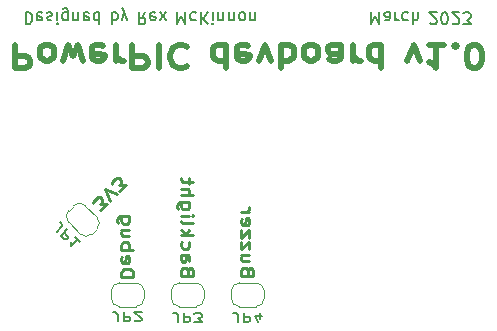
<source format=gbr>
%TF.GenerationSoftware,KiCad,Pcbnew,(7.0.0-rc1-156-g4c5a344629-dirty)*%
%TF.CreationDate,2023-03-04T11:45:47-08:00*%
%TF.ProjectId,powerpic-devboard,706f7765-7270-4696-932d-646576626f61,2.0*%
%TF.SameCoordinates,Original*%
%TF.FileFunction,Legend,Bot*%
%TF.FilePolarity,Positive*%
%FSLAX46Y46*%
G04 Gerber Fmt 4.6, Leading zero omitted, Abs format (unit mm)*
G04 Created by KiCad (PCBNEW (7.0.0-rc1-156-g4c5a344629-dirty)) date 2023-03-04 11:45:47*
%MOMM*%
%LPD*%
G01*
G04 APERTURE LIST*
%ADD10C,0.150000*%
%ADD11C,0.500000*%
%ADD12C,0.250000*%
%ADD13C,0.187500*%
%ADD14C,0.120000*%
G04 APERTURE END LIST*
D10*
X97539999Y-87607619D02*
X97539999Y-88607619D01*
X97539999Y-88607619D02*
X97873332Y-87893333D01*
X97873332Y-87893333D02*
X98206665Y-88607619D01*
X98206665Y-88607619D02*
X98206665Y-87607619D01*
X99111427Y-87607619D02*
X99111427Y-88131428D01*
X99111427Y-88131428D02*
X99063808Y-88226666D01*
X99063808Y-88226666D02*
X98968570Y-88274285D01*
X98968570Y-88274285D02*
X98778094Y-88274285D01*
X98778094Y-88274285D02*
X98682856Y-88226666D01*
X99111427Y-87655238D02*
X99016189Y-87607619D01*
X99016189Y-87607619D02*
X98778094Y-87607619D01*
X98778094Y-87607619D02*
X98682856Y-87655238D01*
X98682856Y-87655238D02*
X98635237Y-87750476D01*
X98635237Y-87750476D02*
X98635237Y-87845714D01*
X98635237Y-87845714D02*
X98682856Y-87940952D01*
X98682856Y-87940952D02*
X98778094Y-87988571D01*
X98778094Y-87988571D02*
X99016189Y-87988571D01*
X99016189Y-87988571D02*
X99111427Y-88036190D01*
X99587618Y-87607619D02*
X99587618Y-88274285D01*
X99587618Y-88083809D02*
X99635237Y-88179047D01*
X99635237Y-88179047D02*
X99682856Y-88226666D01*
X99682856Y-88226666D02*
X99778094Y-88274285D01*
X99778094Y-88274285D02*
X99873332Y-88274285D01*
X100635237Y-87655238D02*
X100539999Y-87607619D01*
X100539999Y-87607619D02*
X100349523Y-87607619D01*
X100349523Y-87607619D02*
X100254285Y-87655238D01*
X100254285Y-87655238D02*
X100206666Y-87702857D01*
X100206666Y-87702857D02*
X100159047Y-87798095D01*
X100159047Y-87798095D02*
X100159047Y-88083809D01*
X100159047Y-88083809D02*
X100206666Y-88179047D01*
X100206666Y-88179047D02*
X100254285Y-88226666D01*
X100254285Y-88226666D02*
X100349523Y-88274285D01*
X100349523Y-88274285D02*
X100539999Y-88274285D01*
X100539999Y-88274285D02*
X100635237Y-88226666D01*
X101063809Y-87607619D02*
X101063809Y-88607619D01*
X101492380Y-87607619D02*
X101492380Y-88131428D01*
X101492380Y-88131428D02*
X101444761Y-88226666D01*
X101444761Y-88226666D02*
X101349523Y-88274285D01*
X101349523Y-88274285D02*
X101206666Y-88274285D01*
X101206666Y-88274285D02*
X101111428Y-88226666D01*
X101111428Y-88226666D02*
X101063809Y-88179047D01*
X102520952Y-88512380D02*
X102568571Y-88560000D01*
X102568571Y-88560000D02*
X102663809Y-88607619D01*
X102663809Y-88607619D02*
X102901904Y-88607619D01*
X102901904Y-88607619D02*
X102997142Y-88560000D01*
X102997142Y-88560000D02*
X103044761Y-88512380D01*
X103044761Y-88512380D02*
X103092380Y-88417142D01*
X103092380Y-88417142D02*
X103092380Y-88321904D01*
X103092380Y-88321904D02*
X103044761Y-88179047D01*
X103044761Y-88179047D02*
X102473333Y-87607619D01*
X102473333Y-87607619D02*
X103092380Y-87607619D01*
X103711428Y-88607619D02*
X103806666Y-88607619D01*
X103806666Y-88607619D02*
X103901904Y-88560000D01*
X103901904Y-88560000D02*
X103949523Y-88512380D01*
X103949523Y-88512380D02*
X103997142Y-88417142D01*
X103997142Y-88417142D02*
X104044761Y-88226666D01*
X104044761Y-88226666D02*
X104044761Y-87988571D01*
X104044761Y-87988571D02*
X103997142Y-87798095D01*
X103997142Y-87798095D02*
X103949523Y-87702857D01*
X103949523Y-87702857D02*
X103901904Y-87655238D01*
X103901904Y-87655238D02*
X103806666Y-87607619D01*
X103806666Y-87607619D02*
X103711428Y-87607619D01*
X103711428Y-87607619D02*
X103616190Y-87655238D01*
X103616190Y-87655238D02*
X103568571Y-87702857D01*
X103568571Y-87702857D02*
X103520952Y-87798095D01*
X103520952Y-87798095D02*
X103473333Y-87988571D01*
X103473333Y-87988571D02*
X103473333Y-88226666D01*
X103473333Y-88226666D02*
X103520952Y-88417142D01*
X103520952Y-88417142D02*
X103568571Y-88512380D01*
X103568571Y-88512380D02*
X103616190Y-88560000D01*
X103616190Y-88560000D02*
X103711428Y-88607619D01*
X104425714Y-88512380D02*
X104473333Y-88560000D01*
X104473333Y-88560000D02*
X104568571Y-88607619D01*
X104568571Y-88607619D02*
X104806666Y-88607619D01*
X104806666Y-88607619D02*
X104901904Y-88560000D01*
X104901904Y-88560000D02*
X104949523Y-88512380D01*
X104949523Y-88512380D02*
X104997142Y-88417142D01*
X104997142Y-88417142D02*
X104997142Y-88321904D01*
X104997142Y-88321904D02*
X104949523Y-88179047D01*
X104949523Y-88179047D02*
X104378095Y-87607619D01*
X104378095Y-87607619D02*
X104997142Y-87607619D01*
X105330476Y-88607619D02*
X105949523Y-88607619D01*
X105949523Y-88607619D02*
X105616190Y-88226666D01*
X105616190Y-88226666D02*
X105759047Y-88226666D01*
X105759047Y-88226666D02*
X105854285Y-88179047D01*
X105854285Y-88179047D02*
X105901904Y-88131428D01*
X105901904Y-88131428D02*
X105949523Y-88036190D01*
X105949523Y-88036190D02*
X105949523Y-87798095D01*
X105949523Y-87798095D02*
X105901904Y-87702857D01*
X105901904Y-87702857D02*
X105854285Y-87655238D01*
X105854285Y-87655238D02*
X105759047Y-87607619D01*
X105759047Y-87607619D02*
X105473333Y-87607619D01*
X105473333Y-87607619D02*
X105378095Y-87655238D01*
X105378095Y-87655238D02*
X105330476Y-87702857D01*
X68278095Y-87607619D02*
X68278095Y-88607619D01*
X68278095Y-88607619D02*
X68516190Y-88607619D01*
X68516190Y-88607619D02*
X68659047Y-88560000D01*
X68659047Y-88560000D02*
X68754285Y-88464761D01*
X68754285Y-88464761D02*
X68801904Y-88369523D01*
X68801904Y-88369523D02*
X68849523Y-88179047D01*
X68849523Y-88179047D02*
X68849523Y-88036190D01*
X68849523Y-88036190D02*
X68801904Y-87845714D01*
X68801904Y-87845714D02*
X68754285Y-87750476D01*
X68754285Y-87750476D02*
X68659047Y-87655238D01*
X68659047Y-87655238D02*
X68516190Y-87607619D01*
X68516190Y-87607619D02*
X68278095Y-87607619D01*
X69659047Y-87655238D02*
X69563809Y-87607619D01*
X69563809Y-87607619D02*
X69373333Y-87607619D01*
X69373333Y-87607619D02*
X69278095Y-87655238D01*
X69278095Y-87655238D02*
X69230476Y-87750476D01*
X69230476Y-87750476D02*
X69230476Y-88131428D01*
X69230476Y-88131428D02*
X69278095Y-88226666D01*
X69278095Y-88226666D02*
X69373333Y-88274285D01*
X69373333Y-88274285D02*
X69563809Y-88274285D01*
X69563809Y-88274285D02*
X69659047Y-88226666D01*
X69659047Y-88226666D02*
X69706666Y-88131428D01*
X69706666Y-88131428D02*
X69706666Y-88036190D01*
X69706666Y-88036190D02*
X69230476Y-87940952D01*
X70087619Y-87655238D02*
X70182857Y-87607619D01*
X70182857Y-87607619D02*
X70373333Y-87607619D01*
X70373333Y-87607619D02*
X70468571Y-87655238D01*
X70468571Y-87655238D02*
X70516190Y-87750476D01*
X70516190Y-87750476D02*
X70516190Y-87798095D01*
X70516190Y-87798095D02*
X70468571Y-87893333D01*
X70468571Y-87893333D02*
X70373333Y-87940952D01*
X70373333Y-87940952D02*
X70230476Y-87940952D01*
X70230476Y-87940952D02*
X70135238Y-87988571D01*
X70135238Y-87988571D02*
X70087619Y-88083809D01*
X70087619Y-88083809D02*
X70087619Y-88131428D01*
X70087619Y-88131428D02*
X70135238Y-88226666D01*
X70135238Y-88226666D02*
X70230476Y-88274285D01*
X70230476Y-88274285D02*
X70373333Y-88274285D01*
X70373333Y-88274285D02*
X70468571Y-88226666D01*
X70944762Y-87607619D02*
X70944762Y-88274285D01*
X70944762Y-88607619D02*
X70897143Y-88560000D01*
X70897143Y-88560000D02*
X70944762Y-88512380D01*
X70944762Y-88512380D02*
X70992381Y-88560000D01*
X70992381Y-88560000D02*
X70944762Y-88607619D01*
X70944762Y-88607619D02*
X70944762Y-88512380D01*
X71849523Y-88274285D02*
X71849523Y-87464761D01*
X71849523Y-87464761D02*
X71801904Y-87369523D01*
X71801904Y-87369523D02*
X71754285Y-87321904D01*
X71754285Y-87321904D02*
X71659047Y-87274285D01*
X71659047Y-87274285D02*
X71516190Y-87274285D01*
X71516190Y-87274285D02*
X71420952Y-87321904D01*
X71849523Y-87655238D02*
X71754285Y-87607619D01*
X71754285Y-87607619D02*
X71563809Y-87607619D01*
X71563809Y-87607619D02*
X71468571Y-87655238D01*
X71468571Y-87655238D02*
X71420952Y-87702857D01*
X71420952Y-87702857D02*
X71373333Y-87798095D01*
X71373333Y-87798095D02*
X71373333Y-88083809D01*
X71373333Y-88083809D02*
X71420952Y-88179047D01*
X71420952Y-88179047D02*
X71468571Y-88226666D01*
X71468571Y-88226666D02*
X71563809Y-88274285D01*
X71563809Y-88274285D02*
X71754285Y-88274285D01*
X71754285Y-88274285D02*
X71849523Y-88226666D01*
X72325714Y-88274285D02*
X72325714Y-87607619D01*
X72325714Y-88179047D02*
X72373333Y-88226666D01*
X72373333Y-88226666D02*
X72468571Y-88274285D01*
X72468571Y-88274285D02*
X72611428Y-88274285D01*
X72611428Y-88274285D02*
X72706666Y-88226666D01*
X72706666Y-88226666D02*
X72754285Y-88131428D01*
X72754285Y-88131428D02*
X72754285Y-87607619D01*
X73611428Y-87655238D02*
X73516190Y-87607619D01*
X73516190Y-87607619D02*
X73325714Y-87607619D01*
X73325714Y-87607619D02*
X73230476Y-87655238D01*
X73230476Y-87655238D02*
X73182857Y-87750476D01*
X73182857Y-87750476D02*
X73182857Y-88131428D01*
X73182857Y-88131428D02*
X73230476Y-88226666D01*
X73230476Y-88226666D02*
X73325714Y-88274285D01*
X73325714Y-88274285D02*
X73516190Y-88274285D01*
X73516190Y-88274285D02*
X73611428Y-88226666D01*
X73611428Y-88226666D02*
X73659047Y-88131428D01*
X73659047Y-88131428D02*
X73659047Y-88036190D01*
X73659047Y-88036190D02*
X73182857Y-87940952D01*
X74516190Y-87607619D02*
X74516190Y-88607619D01*
X74516190Y-87655238D02*
X74420952Y-87607619D01*
X74420952Y-87607619D02*
X74230476Y-87607619D01*
X74230476Y-87607619D02*
X74135238Y-87655238D01*
X74135238Y-87655238D02*
X74087619Y-87702857D01*
X74087619Y-87702857D02*
X74040000Y-87798095D01*
X74040000Y-87798095D02*
X74040000Y-88083809D01*
X74040000Y-88083809D02*
X74087619Y-88179047D01*
X74087619Y-88179047D02*
X74135238Y-88226666D01*
X74135238Y-88226666D02*
X74230476Y-88274285D01*
X74230476Y-88274285D02*
X74420952Y-88274285D01*
X74420952Y-88274285D02*
X74516190Y-88226666D01*
X75592381Y-87607619D02*
X75592381Y-88607619D01*
X75592381Y-88226666D02*
X75687619Y-88274285D01*
X75687619Y-88274285D02*
X75878095Y-88274285D01*
X75878095Y-88274285D02*
X75973333Y-88226666D01*
X75973333Y-88226666D02*
X76020952Y-88179047D01*
X76020952Y-88179047D02*
X76068571Y-88083809D01*
X76068571Y-88083809D02*
X76068571Y-87798095D01*
X76068571Y-87798095D02*
X76020952Y-87702857D01*
X76020952Y-87702857D02*
X75973333Y-87655238D01*
X75973333Y-87655238D02*
X75878095Y-87607619D01*
X75878095Y-87607619D02*
X75687619Y-87607619D01*
X75687619Y-87607619D02*
X75592381Y-87655238D01*
X76401905Y-88274285D02*
X76640000Y-87607619D01*
X76878095Y-88274285D02*
X76640000Y-87607619D01*
X76640000Y-87607619D02*
X76544762Y-87369523D01*
X76544762Y-87369523D02*
X76497143Y-87321904D01*
X76497143Y-87321904D02*
X76401905Y-87274285D01*
X78430476Y-87607619D02*
X78097143Y-88083809D01*
X77859048Y-87607619D02*
X77859048Y-88607619D01*
X77859048Y-88607619D02*
X78240000Y-88607619D01*
X78240000Y-88607619D02*
X78335238Y-88560000D01*
X78335238Y-88560000D02*
X78382857Y-88512380D01*
X78382857Y-88512380D02*
X78430476Y-88417142D01*
X78430476Y-88417142D02*
X78430476Y-88274285D01*
X78430476Y-88274285D02*
X78382857Y-88179047D01*
X78382857Y-88179047D02*
X78335238Y-88131428D01*
X78335238Y-88131428D02*
X78240000Y-88083809D01*
X78240000Y-88083809D02*
X77859048Y-88083809D01*
X79240000Y-87655238D02*
X79144762Y-87607619D01*
X79144762Y-87607619D02*
X78954286Y-87607619D01*
X78954286Y-87607619D02*
X78859048Y-87655238D01*
X78859048Y-87655238D02*
X78811429Y-87750476D01*
X78811429Y-87750476D02*
X78811429Y-88131428D01*
X78811429Y-88131428D02*
X78859048Y-88226666D01*
X78859048Y-88226666D02*
X78954286Y-88274285D01*
X78954286Y-88274285D02*
X79144762Y-88274285D01*
X79144762Y-88274285D02*
X79240000Y-88226666D01*
X79240000Y-88226666D02*
X79287619Y-88131428D01*
X79287619Y-88131428D02*
X79287619Y-88036190D01*
X79287619Y-88036190D02*
X78811429Y-87940952D01*
X79620953Y-87607619D02*
X80144762Y-88274285D01*
X79620953Y-88274285D02*
X80144762Y-87607619D01*
X81125715Y-87607619D02*
X81125715Y-88607619D01*
X81125715Y-88607619D02*
X81459048Y-87893333D01*
X81459048Y-87893333D02*
X81792381Y-88607619D01*
X81792381Y-88607619D02*
X81792381Y-87607619D01*
X82697143Y-87655238D02*
X82601905Y-87607619D01*
X82601905Y-87607619D02*
X82411429Y-87607619D01*
X82411429Y-87607619D02*
X82316191Y-87655238D01*
X82316191Y-87655238D02*
X82268572Y-87702857D01*
X82268572Y-87702857D02*
X82220953Y-87798095D01*
X82220953Y-87798095D02*
X82220953Y-88083809D01*
X82220953Y-88083809D02*
X82268572Y-88179047D01*
X82268572Y-88179047D02*
X82316191Y-88226666D01*
X82316191Y-88226666D02*
X82411429Y-88274285D01*
X82411429Y-88274285D02*
X82601905Y-88274285D01*
X82601905Y-88274285D02*
X82697143Y-88226666D01*
X83125715Y-87607619D02*
X83125715Y-88607619D01*
X83697143Y-87607619D02*
X83268572Y-88179047D01*
X83697143Y-88607619D02*
X83125715Y-88036190D01*
X84125715Y-87607619D02*
X84125715Y-88274285D01*
X84125715Y-88607619D02*
X84078096Y-88560000D01*
X84078096Y-88560000D02*
X84125715Y-88512380D01*
X84125715Y-88512380D02*
X84173334Y-88560000D01*
X84173334Y-88560000D02*
X84125715Y-88607619D01*
X84125715Y-88607619D02*
X84125715Y-88512380D01*
X84601905Y-88274285D02*
X84601905Y-87607619D01*
X84601905Y-88179047D02*
X84649524Y-88226666D01*
X84649524Y-88226666D02*
X84744762Y-88274285D01*
X84744762Y-88274285D02*
X84887619Y-88274285D01*
X84887619Y-88274285D02*
X84982857Y-88226666D01*
X84982857Y-88226666D02*
X85030476Y-88131428D01*
X85030476Y-88131428D02*
X85030476Y-87607619D01*
X85506667Y-88274285D02*
X85506667Y-87607619D01*
X85506667Y-88179047D02*
X85554286Y-88226666D01*
X85554286Y-88226666D02*
X85649524Y-88274285D01*
X85649524Y-88274285D02*
X85792381Y-88274285D01*
X85792381Y-88274285D02*
X85887619Y-88226666D01*
X85887619Y-88226666D02*
X85935238Y-88131428D01*
X85935238Y-88131428D02*
X85935238Y-87607619D01*
X86554286Y-87607619D02*
X86459048Y-87655238D01*
X86459048Y-87655238D02*
X86411429Y-87702857D01*
X86411429Y-87702857D02*
X86363810Y-87798095D01*
X86363810Y-87798095D02*
X86363810Y-88083809D01*
X86363810Y-88083809D02*
X86411429Y-88179047D01*
X86411429Y-88179047D02*
X86459048Y-88226666D01*
X86459048Y-88226666D02*
X86554286Y-88274285D01*
X86554286Y-88274285D02*
X86697143Y-88274285D01*
X86697143Y-88274285D02*
X86792381Y-88226666D01*
X86792381Y-88226666D02*
X86840000Y-88179047D01*
X86840000Y-88179047D02*
X86887619Y-88083809D01*
X86887619Y-88083809D02*
X86887619Y-87798095D01*
X86887619Y-87798095D02*
X86840000Y-87702857D01*
X86840000Y-87702857D02*
X86792381Y-87655238D01*
X86792381Y-87655238D02*
X86697143Y-87607619D01*
X86697143Y-87607619D02*
X86554286Y-87607619D01*
X87316191Y-88274285D02*
X87316191Y-87607619D01*
X87316191Y-88179047D02*
X87363810Y-88226666D01*
X87363810Y-88226666D02*
X87459048Y-88274285D01*
X87459048Y-88274285D02*
X87601905Y-88274285D01*
X87601905Y-88274285D02*
X87697143Y-88226666D01*
X87697143Y-88226666D02*
X87744762Y-88131428D01*
X87744762Y-88131428D02*
X87744762Y-87607619D01*
D11*
X67365001Y-90365238D02*
X67365001Y-92365238D01*
X67365001Y-92365238D02*
X68222144Y-92365238D01*
X68222144Y-92365238D02*
X68436429Y-92270000D01*
X68436429Y-92270000D02*
X68543572Y-92174761D01*
X68543572Y-92174761D02*
X68650715Y-91984285D01*
X68650715Y-91984285D02*
X68650715Y-91698571D01*
X68650715Y-91698571D02*
X68543572Y-91508095D01*
X68543572Y-91508095D02*
X68436429Y-91412857D01*
X68436429Y-91412857D02*
X68222144Y-91317619D01*
X68222144Y-91317619D02*
X67365001Y-91317619D01*
X69936429Y-90365238D02*
X69722144Y-90460476D01*
X69722144Y-90460476D02*
X69615001Y-90555714D01*
X69615001Y-90555714D02*
X69507858Y-90746190D01*
X69507858Y-90746190D02*
X69507858Y-91317619D01*
X69507858Y-91317619D02*
X69615001Y-91508095D01*
X69615001Y-91508095D02*
X69722144Y-91603333D01*
X69722144Y-91603333D02*
X69936429Y-91698571D01*
X69936429Y-91698571D02*
X70257858Y-91698571D01*
X70257858Y-91698571D02*
X70472144Y-91603333D01*
X70472144Y-91603333D02*
X70579287Y-91508095D01*
X70579287Y-91508095D02*
X70686429Y-91317619D01*
X70686429Y-91317619D02*
X70686429Y-90746190D01*
X70686429Y-90746190D02*
X70579287Y-90555714D01*
X70579287Y-90555714D02*
X70472144Y-90460476D01*
X70472144Y-90460476D02*
X70257858Y-90365238D01*
X70257858Y-90365238D02*
X69936429Y-90365238D01*
X71436429Y-91698571D02*
X71865001Y-90365238D01*
X71865001Y-90365238D02*
X72293572Y-91317619D01*
X72293572Y-91317619D02*
X72722143Y-90365238D01*
X72722143Y-90365238D02*
X73150715Y-91698571D01*
X74865001Y-90460476D02*
X74650715Y-90365238D01*
X74650715Y-90365238D02*
X74222144Y-90365238D01*
X74222144Y-90365238D02*
X74007858Y-90460476D01*
X74007858Y-90460476D02*
X73900715Y-90650952D01*
X73900715Y-90650952D02*
X73900715Y-91412857D01*
X73900715Y-91412857D02*
X74007858Y-91603333D01*
X74007858Y-91603333D02*
X74222144Y-91698571D01*
X74222144Y-91698571D02*
X74650715Y-91698571D01*
X74650715Y-91698571D02*
X74865001Y-91603333D01*
X74865001Y-91603333D02*
X74972144Y-91412857D01*
X74972144Y-91412857D02*
X74972144Y-91222380D01*
X74972144Y-91222380D02*
X73900715Y-91031904D01*
X75936429Y-90365238D02*
X75936429Y-91698571D01*
X75936429Y-91317619D02*
X76043572Y-91508095D01*
X76043572Y-91508095D02*
X76150715Y-91603333D01*
X76150715Y-91603333D02*
X76365000Y-91698571D01*
X76365000Y-91698571D02*
X76579286Y-91698571D01*
X77329286Y-90365238D02*
X77329286Y-92365238D01*
X77329286Y-92365238D02*
X78186429Y-92365238D01*
X78186429Y-92365238D02*
X78400714Y-92270000D01*
X78400714Y-92270000D02*
X78507857Y-92174761D01*
X78507857Y-92174761D02*
X78615000Y-91984285D01*
X78615000Y-91984285D02*
X78615000Y-91698571D01*
X78615000Y-91698571D02*
X78507857Y-91508095D01*
X78507857Y-91508095D02*
X78400714Y-91412857D01*
X78400714Y-91412857D02*
X78186429Y-91317619D01*
X78186429Y-91317619D02*
X77329286Y-91317619D01*
X79579286Y-90365238D02*
X79579286Y-92365238D01*
X81936429Y-90555714D02*
X81829286Y-90460476D01*
X81829286Y-90460476D02*
X81507858Y-90365238D01*
X81507858Y-90365238D02*
X81293572Y-90365238D01*
X81293572Y-90365238D02*
X80972143Y-90460476D01*
X80972143Y-90460476D02*
X80757858Y-90650952D01*
X80757858Y-90650952D02*
X80650715Y-90841428D01*
X80650715Y-90841428D02*
X80543572Y-91222380D01*
X80543572Y-91222380D02*
X80543572Y-91508095D01*
X80543572Y-91508095D02*
X80650715Y-91889047D01*
X80650715Y-91889047D02*
X80757858Y-92079523D01*
X80757858Y-92079523D02*
X80972143Y-92270000D01*
X80972143Y-92270000D02*
X81293572Y-92365238D01*
X81293572Y-92365238D02*
X81507858Y-92365238D01*
X81507858Y-92365238D02*
X81829286Y-92270000D01*
X81829286Y-92270000D02*
X81936429Y-92174761D01*
X85215001Y-90365238D02*
X85215001Y-92365238D01*
X85215001Y-90460476D02*
X85000715Y-90365238D01*
X85000715Y-90365238D02*
X84572143Y-90365238D01*
X84572143Y-90365238D02*
X84357858Y-90460476D01*
X84357858Y-90460476D02*
X84250715Y-90555714D01*
X84250715Y-90555714D02*
X84143572Y-90746190D01*
X84143572Y-90746190D02*
X84143572Y-91317619D01*
X84143572Y-91317619D02*
X84250715Y-91508095D01*
X84250715Y-91508095D02*
X84357858Y-91603333D01*
X84357858Y-91603333D02*
X84572143Y-91698571D01*
X84572143Y-91698571D02*
X85000715Y-91698571D01*
X85000715Y-91698571D02*
X85215001Y-91603333D01*
X87143572Y-90460476D02*
X86929286Y-90365238D01*
X86929286Y-90365238D02*
X86500715Y-90365238D01*
X86500715Y-90365238D02*
X86286429Y-90460476D01*
X86286429Y-90460476D02*
X86179286Y-90650952D01*
X86179286Y-90650952D02*
X86179286Y-91412857D01*
X86179286Y-91412857D02*
X86286429Y-91603333D01*
X86286429Y-91603333D02*
X86500715Y-91698571D01*
X86500715Y-91698571D02*
X86929286Y-91698571D01*
X86929286Y-91698571D02*
X87143572Y-91603333D01*
X87143572Y-91603333D02*
X87250715Y-91412857D01*
X87250715Y-91412857D02*
X87250715Y-91222380D01*
X87250715Y-91222380D02*
X86179286Y-91031904D01*
X88000714Y-91698571D02*
X88536428Y-90365238D01*
X88536428Y-90365238D02*
X89072143Y-91698571D01*
X89929286Y-90365238D02*
X89929286Y-92365238D01*
X89929286Y-91603333D02*
X90143572Y-91698571D01*
X90143572Y-91698571D02*
X90572143Y-91698571D01*
X90572143Y-91698571D02*
X90786429Y-91603333D01*
X90786429Y-91603333D02*
X90893572Y-91508095D01*
X90893572Y-91508095D02*
X91000714Y-91317619D01*
X91000714Y-91317619D02*
X91000714Y-90746190D01*
X91000714Y-90746190D02*
X90893572Y-90555714D01*
X90893572Y-90555714D02*
X90786429Y-90460476D01*
X90786429Y-90460476D02*
X90572143Y-90365238D01*
X90572143Y-90365238D02*
X90143572Y-90365238D01*
X90143572Y-90365238D02*
X89929286Y-90460476D01*
X92286428Y-90365238D02*
X92072143Y-90460476D01*
X92072143Y-90460476D02*
X91965000Y-90555714D01*
X91965000Y-90555714D02*
X91857857Y-90746190D01*
X91857857Y-90746190D02*
X91857857Y-91317619D01*
X91857857Y-91317619D02*
X91965000Y-91508095D01*
X91965000Y-91508095D02*
X92072143Y-91603333D01*
X92072143Y-91603333D02*
X92286428Y-91698571D01*
X92286428Y-91698571D02*
X92607857Y-91698571D01*
X92607857Y-91698571D02*
X92822143Y-91603333D01*
X92822143Y-91603333D02*
X92929286Y-91508095D01*
X92929286Y-91508095D02*
X93036428Y-91317619D01*
X93036428Y-91317619D02*
X93036428Y-90746190D01*
X93036428Y-90746190D02*
X92929286Y-90555714D01*
X92929286Y-90555714D02*
X92822143Y-90460476D01*
X92822143Y-90460476D02*
X92607857Y-90365238D01*
X92607857Y-90365238D02*
X92286428Y-90365238D01*
X94965000Y-90365238D02*
X94965000Y-91412857D01*
X94965000Y-91412857D02*
X94857857Y-91603333D01*
X94857857Y-91603333D02*
X94643571Y-91698571D01*
X94643571Y-91698571D02*
X94215000Y-91698571D01*
X94215000Y-91698571D02*
X94000714Y-91603333D01*
X94965000Y-90460476D02*
X94750714Y-90365238D01*
X94750714Y-90365238D02*
X94215000Y-90365238D01*
X94215000Y-90365238D02*
X94000714Y-90460476D01*
X94000714Y-90460476D02*
X93893571Y-90650952D01*
X93893571Y-90650952D02*
X93893571Y-90841428D01*
X93893571Y-90841428D02*
X94000714Y-91031904D01*
X94000714Y-91031904D02*
X94215000Y-91127142D01*
X94215000Y-91127142D02*
X94750714Y-91127142D01*
X94750714Y-91127142D02*
X94965000Y-91222380D01*
X96036428Y-90365238D02*
X96036428Y-91698571D01*
X96036428Y-91317619D02*
X96143571Y-91508095D01*
X96143571Y-91508095D02*
X96250714Y-91603333D01*
X96250714Y-91603333D02*
X96464999Y-91698571D01*
X96464999Y-91698571D02*
X96679285Y-91698571D01*
X98393571Y-90365238D02*
X98393571Y-92365238D01*
X98393571Y-90460476D02*
X98179285Y-90365238D01*
X98179285Y-90365238D02*
X97750713Y-90365238D01*
X97750713Y-90365238D02*
X97536428Y-90460476D01*
X97536428Y-90460476D02*
X97429285Y-90555714D01*
X97429285Y-90555714D02*
X97322142Y-90746190D01*
X97322142Y-90746190D02*
X97322142Y-91317619D01*
X97322142Y-91317619D02*
X97429285Y-91508095D01*
X97429285Y-91508095D02*
X97536428Y-91603333D01*
X97536428Y-91603333D02*
X97750713Y-91698571D01*
X97750713Y-91698571D02*
X98179285Y-91698571D01*
X98179285Y-91698571D02*
X98393571Y-91603333D01*
X100600713Y-91698571D02*
X101136427Y-90365238D01*
X101136427Y-90365238D02*
X101672142Y-91698571D01*
X103707856Y-90365238D02*
X102422142Y-90365238D01*
X103064999Y-90365238D02*
X103064999Y-92365238D01*
X103064999Y-92365238D02*
X102850713Y-92079523D01*
X102850713Y-92079523D02*
X102636428Y-91889047D01*
X102636428Y-91889047D02*
X102422142Y-91793809D01*
X104672142Y-90555714D02*
X104779285Y-90460476D01*
X104779285Y-90460476D02*
X104672142Y-90365238D01*
X104672142Y-90365238D02*
X104564999Y-90460476D01*
X104564999Y-90460476D02*
X104672142Y-90555714D01*
X104672142Y-90555714D02*
X104672142Y-90365238D01*
X106172142Y-92365238D02*
X106386428Y-92365238D01*
X106386428Y-92365238D02*
X106600714Y-92270000D01*
X106600714Y-92270000D02*
X106707857Y-92174761D01*
X106707857Y-92174761D02*
X106814999Y-91984285D01*
X106814999Y-91984285D02*
X106922142Y-91603333D01*
X106922142Y-91603333D02*
X106922142Y-91127142D01*
X106922142Y-91127142D02*
X106814999Y-90746190D01*
X106814999Y-90746190D02*
X106707857Y-90555714D01*
X106707857Y-90555714D02*
X106600714Y-90460476D01*
X106600714Y-90460476D02*
X106386428Y-90365238D01*
X106386428Y-90365238D02*
X106172142Y-90365238D01*
X106172142Y-90365238D02*
X105957857Y-90460476D01*
X105957857Y-90460476D02*
X105850714Y-90555714D01*
X105850714Y-90555714D02*
X105743571Y-90746190D01*
X105743571Y-90746190D02*
X105636428Y-91127142D01*
X105636428Y-91127142D02*
X105636428Y-91603333D01*
X105636428Y-91603333D02*
X105743571Y-91984285D01*
X105743571Y-91984285D02*
X105850714Y-92174761D01*
X105850714Y-92174761D02*
X105957857Y-92270000D01*
X105957857Y-92270000D02*
X106172142Y-92365238D01*
D12*
X87069428Y-109535714D02*
X87021809Y-109357142D01*
X87021809Y-109357142D02*
X86974190Y-109297619D01*
X86974190Y-109297619D02*
X86878952Y-109238095D01*
X86878952Y-109238095D02*
X86736095Y-109238095D01*
X86736095Y-109238095D02*
X86640857Y-109297619D01*
X86640857Y-109297619D02*
X86593238Y-109357142D01*
X86593238Y-109357142D02*
X86545619Y-109476190D01*
X86545619Y-109476190D02*
X86545619Y-109952380D01*
X86545619Y-109952380D02*
X87545619Y-109952380D01*
X87545619Y-109952380D02*
X87545619Y-109535714D01*
X87545619Y-109535714D02*
X87498000Y-109416666D01*
X87498000Y-109416666D02*
X87450380Y-109357142D01*
X87450380Y-109357142D02*
X87355142Y-109297619D01*
X87355142Y-109297619D02*
X87259904Y-109297619D01*
X87259904Y-109297619D02*
X87164666Y-109357142D01*
X87164666Y-109357142D02*
X87117047Y-109416666D01*
X87117047Y-109416666D02*
X87069428Y-109535714D01*
X87069428Y-109535714D02*
X87069428Y-109952380D01*
X87212285Y-108166666D02*
X86545619Y-108166666D01*
X87212285Y-108702380D02*
X86688476Y-108702380D01*
X86688476Y-108702380D02*
X86593238Y-108642857D01*
X86593238Y-108642857D02*
X86545619Y-108523809D01*
X86545619Y-108523809D02*
X86545619Y-108345238D01*
X86545619Y-108345238D02*
X86593238Y-108226190D01*
X86593238Y-108226190D02*
X86640857Y-108166666D01*
X87212285Y-107690476D02*
X87212285Y-107035714D01*
X87212285Y-107035714D02*
X86545619Y-107690476D01*
X86545619Y-107690476D02*
X86545619Y-107035714D01*
X87212285Y-106678571D02*
X87212285Y-106023809D01*
X87212285Y-106023809D02*
X86545619Y-106678571D01*
X86545619Y-106678571D02*
X86545619Y-106023809D01*
X86593238Y-105071428D02*
X86545619Y-105190476D01*
X86545619Y-105190476D02*
X86545619Y-105428571D01*
X86545619Y-105428571D02*
X86593238Y-105547618D01*
X86593238Y-105547618D02*
X86688476Y-105607142D01*
X86688476Y-105607142D02*
X87069428Y-105607142D01*
X87069428Y-105607142D02*
X87164666Y-105547618D01*
X87164666Y-105547618D02*
X87212285Y-105428571D01*
X87212285Y-105428571D02*
X87212285Y-105190476D01*
X87212285Y-105190476D02*
X87164666Y-105071428D01*
X87164666Y-105071428D02*
X87069428Y-105011904D01*
X87069428Y-105011904D02*
X86974190Y-105011904D01*
X86974190Y-105011904D02*
X86878952Y-105607142D01*
X86545619Y-104476189D02*
X87212285Y-104476189D01*
X87021809Y-104476189D02*
X87117047Y-104416666D01*
X87117047Y-104416666D02*
X87164666Y-104357142D01*
X87164666Y-104357142D02*
X87212285Y-104238094D01*
X87212285Y-104238094D02*
X87212285Y-104119047D01*
X81989428Y-109535714D02*
X81941809Y-109357142D01*
X81941809Y-109357142D02*
X81894190Y-109297619D01*
X81894190Y-109297619D02*
X81798952Y-109238095D01*
X81798952Y-109238095D02*
X81656095Y-109238095D01*
X81656095Y-109238095D02*
X81560857Y-109297619D01*
X81560857Y-109297619D02*
X81513238Y-109357142D01*
X81513238Y-109357142D02*
X81465619Y-109476190D01*
X81465619Y-109476190D02*
X81465619Y-109952380D01*
X81465619Y-109952380D02*
X82465619Y-109952380D01*
X82465619Y-109952380D02*
X82465619Y-109535714D01*
X82465619Y-109535714D02*
X82418000Y-109416666D01*
X82418000Y-109416666D02*
X82370380Y-109357142D01*
X82370380Y-109357142D02*
X82275142Y-109297619D01*
X82275142Y-109297619D02*
X82179904Y-109297619D01*
X82179904Y-109297619D02*
X82084666Y-109357142D01*
X82084666Y-109357142D02*
X82037047Y-109416666D01*
X82037047Y-109416666D02*
X81989428Y-109535714D01*
X81989428Y-109535714D02*
X81989428Y-109952380D01*
X81465619Y-108166666D02*
X81989428Y-108166666D01*
X81989428Y-108166666D02*
X82084666Y-108226190D01*
X82084666Y-108226190D02*
X82132285Y-108345238D01*
X82132285Y-108345238D02*
X82132285Y-108583333D01*
X82132285Y-108583333D02*
X82084666Y-108702380D01*
X81513238Y-108166666D02*
X81465619Y-108285714D01*
X81465619Y-108285714D02*
X81465619Y-108583333D01*
X81465619Y-108583333D02*
X81513238Y-108702380D01*
X81513238Y-108702380D02*
X81608476Y-108761904D01*
X81608476Y-108761904D02*
X81703714Y-108761904D01*
X81703714Y-108761904D02*
X81798952Y-108702380D01*
X81798952Y-108702380D02*
X81846571Y-108583333D01*
X81846571Y-108583333D02*
X81846571Y-108285714D01*
X81846571Y-108285714D02*
X81894190Y-108166666D01*
X81513238Y-107035714D02*
X81465619Y-107154762D01*
X81465619Y-107154762D02*
X81465619Y-107392857D01*
X81465619Y-107392857D02*
X81513238Y-107511905D01*
X81513238Y-107511905D02*
X81560857Y-107571428D01*
X81560857Y-107571428D02*
X81656095Y-107630952D01*
X81656095Y-107630952D02*
X81941809Y-107630952D01*
X81941809Y-107630952D02*
X82037047Y-107571428D01*
X82037047Y-107571428D02*
X82084666Y-107511905D01*
X82084666Y-107511905D02*
X82132285Y-107392857D01*
X82132285Y-107392857D02*
X82132285Y-107154762D01*
X82132285Y-107154762D02*
X82084666Y-107035714D01*
X81465619Y-106499999D02*
X82465619Y-106499999D01*
X81846571Y-106380952D02*
X81465619Y-106023809D01*
X82132285Y-106023809D02*
X81751333Y-106499999D01*
X81465619Y-105309523D02*
X81513238Y-105428571D01*
X81513238Y-105428571D02*
X81608476Y-105488094D01*
X81608476Y-105488094D02*
X82465619Y-105488094D01*
X81465619Y-104833332D02*
X82132285Y-104833332D01*
X82465619Y-104833332D02*
X82418000Y-104892856D01*
X82418000Y-104892856D02*
X82370380Y-104833332D01*
X82370380Y-104833332D02*
X82418000Y-104773809D01*
X82418000Y-104773809D02*
X82465619Y-104833332D01*
X82465619Y-104833332D02*
X82370380Y-104833332D01*
X82132285Y-103702380D02*
X81322761Y-103702380D01*
X81322761Y-103702380D02*
X81227523Y-103761904D01*
X81227523Y-103761904D02*
X81179904Y-103821428D01*
X81179904Y-103821428D02*
X81132285Y-103940475D01*
X81132285Y-103940475D02*
X81132285Y-104119047D01*
X81132285Y-104119047D02*
X81179904Y-104238094D01*
X81513238Y-103702380D02*
X81465619Y-103821428D01*
X81465619Y-103821428D02*
X81465619Y-104059523D01*
X81465619Y-104059523D02*
X81513238Y-104178571D01*
X81513238Y-104178571D02*
X81560857Y-104238094D01*
X81560857Y-104238094D02*
X81656095Y-104297618D01*
X81656095Y-104297618D02*
X81941809Y-104297618D01*
X81941809Y-104297618D02*
X82037047Y-104238094D01*
X82037047Y-104238094D02*
X82084666Y-104178571D01*
X82084666Y-104178571D02*
X82132285Y-104059523D01*
X82132285Y-104059523D02*
X82132285Y-103821428D01*
X82132285Y-103821428D02*
X82084666Y-103702380D01*
X81465619Y-103107142D02*
X82465619Y-103107142D01*
X81465619Y-102571428D02*
X81989428Y-102571428D01*
X81989428Y-102571428D02*
X82084666Y-102630952D01*
X82084666Y-102630952D02*
X82132285Y-102750000D01*
X82132285Y-102750000D02*
X82132285Y-102928571D01*
X82132285Y-102928571D02*
X82084666Y-103047619D01*
X82084666Y-103047619D02*
X82037047Y-103107142D01*
X82132285Y-102154762D02*
X82132285Y-101678571D01*
X82465619Y-101976190D02*
X81608476Y-101976190D01*
X81608476Y-101976190D02*
X81513238Y-101916667D01*
X81513238Y-101916667D02*
X81465619Y-101797619D01*
X81465619Y-101797619D02*
X81465619Y-101678571D01*
X76385619Y-110015522D02*
X77385619Y-110015522D01*
X77385619Y-110015522D02*
X77385619Y-109717903D01*
X77385619Y-109717903D02*
X77338000Y-109539332D01*
X77338000Y-109539332D02*
X77242761Y-109420284D01*
X77242761Y-109420284D02*
X77147523Y-109360761D01*
X77147523Y-109360761D02*
X76957047Y-109301237D01*
X76957047Y-109301237D02*
X76814190Y-109301237D01*
X76814190Y-109301237D02*
X76623714Y-109360761D01*
X76623714Y-109360761D02*
X76528476Y-109420284D01*
X76528476Y-109420284D02*
X76433238Y-109539332D01*
X76433238Y-109539332D02*
X76385619Y-109717903D01*
X76385619Y-109717903D02*
X76385619Y-110015522D01*
X76433238Y-108289332D02*
X76385619Y-108408380D01*
X76385619Y-108408380D02*
X76385619Y-108646475D01*
X76385619Y-108646475D02*
X76433238Y-108765522D01*
X76433238Y-108765522D02*
X76528476Y-108825046D01*
X76528476Y-108825046D02*
X76909428Y-108825046D01*
X76909428Y-108825046D02*
X77004666Y-108765522D01*
X77004666Y-108765522D02*
X77052285Y-108646475D01*
X77052285Y-108646475D02*
X77052285Y-108408380D01*
X77052285Y-108408380D02*
X77004666Y-108289332D01*
X77004666Y-108289332D02*
X76909428Y-108229808D01*
X76909428Y-108229808D02*
X76814190Y-108229808D01*
X76814190Y-108229808D02*
X76718952Y-108825046D01*
X76385619Y-107694093D02*
X77385619Y-107694093D01*
X77004666Y-107694093D02*
X77052285Y-107575046D01*
X77052285Y-107575046D02*
X77052285Y-107336951D01*
X77052285Y-107336951D02*
X77004666Y-107217903D01*
X77004666Y-107217903D02*
X76957047Y-107158379D01*
X76957047Y-107158379D02*
X76861809Y-107098855D01*
X76861809Y-107098855D02*
X76576095Y-107098855D01*
X76576095Y-107098855D02*
X76480857Y-107158379D01*
X76480857Y-107158379D02*
X76433238Y-107217903D01*
X76433238Y-107217903D02*
X76385619Y-107336951D01*
X76385619Y-107336951D02*
X76385619Y-107575046D01*
X76385619Y-107575046D02*
X76433238Y-107694093D01*
X77052285Y-106027427D02*
X76385619Y-106027427D01*
X77052285Y-106563141D02*
X76528476Y-106563141D01*
X76528476Y-106563141D02*
X76433238Y-106503618D01*
X76433238Y-106503618D02*
X76385619Y-106384570D01*
X76385619Y-106384570D02*
X76385619Y-106205999D01*
X76385619Y-106205999D02*
X76433238Y-106086951D01*
X76433238Y-106086951D02*
X76480857Y-106027427D01*
X77052285Y-104896475D02*
X76242761Y-104896475D01*
X76242761Y-104896475D02*
X76147523Y-104955999D01*
X76147523Y-104955999D02*
X76099904Y-105015523D01*
X76099904Y-105015523D02*
X76052285Y-105134570D01*
X76052285Y-105134570D02*
X76052285Y-105313142D01*
X76052285Y-105313142D02*
X76099904Y-105432189D01*
X76433238Y-104896475D02*
X76385619Y-105015523D01*
X76385619Y-105015523D02*
X76385619Y-105253618D01*
X76385619Y-105253618D02*
X76433238Y-105372666D01*
X76433238Y-105372666D02*
X76480857Y-105432189D01*
X76480857Y-105432189D02*
X76576095Y-105491713D01*
X76576095Y-105491713D02*
X76861809Y-105491713D01*
X76861809Y-105491713D02*
X76957047Y-105432189D01*
X76957047Y-105432189D02*
X77004666Y-105372666D01*
X77004666Y-105372666D02*
X77052285Y-105253618D01*
X77052285Y-105253618D02*
X77052285Y-105015523D01*
X77052285Y-105015523D02*
X77004666Y-104896475D01*
X74615255Y-104380717D02*
X75162421Y-103833551D01*
X75162421Y-103833551D02*
X74598419Y-103858805D01*
X74598419Y-103858805D02*
X74724688Y-103732536D01*
X74724688Y-103732536D02*
X74775196Y-103614685D01*
X74775196Y-103614685D02*
X74783614Y-103538923D01*
X74783614Y-103538923D02*
X74758360Y-103429490D01*
X74758360Y-103429490D02*
X74590001Y-103261131D01*
X74590001Y-103261131D02*
X74480568Y-103235878D01*
X74480568Y-103235878D02*
X74404807Y-103244296D01*
X74404807Y-103244296D02*
X74286956Y-103294803D01*
X74286956Y-103294803D02*
X74034418Y-103547341D01*
X74034418Y-103547341D02*
X73983910Y-103665192D01*
X73983910Y-103665192D02*
X73975492Y-103740954D01*
X75414959Y-103581013D02*
X75002480Y-102579279D01*
X75002480Y-102579279D02*
X76004215Y-102991758D01*
X76214664Y-102781309D02*
X76761830Y-102234143D01*
X76761830Y-102234143D02*
X76197828Y-102259397D01*
X76197828Y-102259397D02*
X76324097Y-102133128D01*
X76324097Y-102133128D02*
X76374604Y-102015276D01*
X76374604Y-102015276D02*
X76383022Y-101939515D01*
X76383022Y-101939515D02*
X76357769Y-101830082D01*
X76357769Y-101830082D02*
X76189410Y-101661723D01*
X76189410Y-101661723D02*
X76079977Y-101636469D01*
X76079977Y-101636469D02*
X76004215Y-101644887D01*
X76004215Y-101644887D02*
X75886364Y-101695395D01*
X75886364Y-101695395D02*
X75633826Y-101947933D01*
X75633826Y-101947933D02*
X75583318Y-102065784D01*
X75583318Y-102065784D02*
X75574900Y-102141545D01*
D13*
%TO.C,JP3*%
X81176666Y-113794464D02*
X81176666Y-113258750D01*
X81176666Y-113258750D02*
X81129047Y-113151607D01*
X81129047Y-113151607D02*
X81033809Y-113080178D01*
X81033809Y-113080178D02*
X80890952Y-113044464D01*
X80890952Y-113044464D02*
X80795714Y-113044464D01*
X81652857Y-113044464D02*
X81652857Y-113794464D01*
X81652857Y-113794464D02*
X82033809Y-113794464D01*
X82033809Y-113794464D02*
X82129047Y-113758750D01*
X82129047Y-113758750D02*
X82176666Y-113723035D01*
X82176666Y-113723035D02*
X82224285Y-113651607D01*
X82224285Y-113651607D02*
X82224285Y-113544464D01*
X82224285Y-113544464D02*
X82176666Y-113473035D01*
X82176666Y-113473035D02*
X82129047Y-113437321D01*
X82129047Y-113437321D02*
X82033809Y-113401607D01*
X82033809Y-113401607D02*
X81652857Y-113401607D01*
X82557619Y-113794464D02*
X83176666Y-113794464D01*
X83176666Y-113794464D02*
X82843333Y-113508750D01*
X82843333Y-113508750D02*
X82986190Y-113508750D01*
X82986190Y-113508750D02*
X83081428Y-113473035D01*
X83081428Y-113473035D02*
X83129047Y-113437321D01*
X83129047Y-113437321D02*
X83176666Y-113365892D01*
X83176666Y-113365892D02*
X83176666Y-113187321D01*
X83176666Y-113187321D02*
X83129047Y-113115892D01*
X83129047Y-113115892D02*
X83081428Y-113080178D01*
X83081428Y-113080178D02*
X82986190Y-113044464D01*
X82986190Y-113044464D02*
X82700476Y-113044464D01*
X82700476Y-113044464D02*
X82605238Y-113080178D01*
X82605238Y-113080178D02*
X82557619Y-113115892D01*
%TO.C,JP4*%
X86256666Y-113794464D02*
X86256666Y-113258750D01*
X86256666Y-113258750D02*
X86209047Y-113151607D01*
X86209047Y-113151607D02*
X86113809Y-113080178D01*
X86113809Y-113080178D02*
X85970952Y-113044464D01*
X85970952Y-113044464D02*
X85875714Y-113044464D01*
X86732857Y-113044464D02*
X86732857Y-113794464D01*
X86732857Y-113794464D02*
X87113809Y-113794464D01*
X87113809Y-113794464D02*
X87209047Y-113758750D01*
X87209047Y-113758750D02*
X87256666Y-113723035D01*
X87256666Y-113723035D02*
X87304285Y-113651607D01*
X87304285Y-113651607D02*
X87304285Y-113544464D01*
X87304285Y-113544464D02*
X87256666Y-113473035D01*
X87256666Y-113473035D02*
X87209047Y-113437321D01*
X87209047Y-113437321D02*
X87113809Y-113401607D01*
X87113809Y-113401607D02*
X86732857Y-113401607D01*
X88161428Y-113544464D02*
X88161428Y-113044464D01*
X87923333Y-113830178D02*
X87685238Y-113294464D01*
X87685238Y-113294464D02*
X88304285Y-113294464D01*
%TO.C,JP1*%
X70922455Y-106189033D02*
X71301262Y-105810225D01*
X71301262Y-105810225D02*
X71343352Y-105700792D01*
X71343352Y-105700792D02*
X71326516Y-105582941D01*
X71326516Y-105582941D02*
X71250754Y-105456672D01*
X71250754Y-105456672D02*
X71183411Y-105389329D01*
X71789503Y-105995420D02*
X71259173Y-106525750D01*
X71259173Y-106525750D02*
X71528547Y-106795124D01*
X71528547Y-106795124D02*
X71621144Y-106837214D01*
X71621144Y-106837214D02*
X71680069Y-106845632D01*
X71680069Y-106845632D02*
X71764249Y-106828796D01*
X71764249Y-106828796D02*
X71840010Y-106753035D01*
X71840010Y-106753035D02*
X71856846Y-106668855D01*
X71856846Y-106668855D02*
X71848428Y-106609930D01*
X71848428Y-106609930D02*
X71806338Y-106517332D01*
X71806338Y-106517332D02*
X71536964Y-106247958D01*
X72866999Y-107072916D02*
X72462938Y-106668855D01*
X72664968Y-106870886D02*
X72134638Y-107401216D01*
X72134638Y-107401216D02*
X72143056Y-107258111D01*
X72143056Y-107258111D02*
X72126220Y-107140260D01*
X72126220Y-107140260D02*
X72084130Y-107047662D01*
%TO.C,JP2*%
X76096666Y-113772464D02*
X76096666Y-113236750D01*
X76096666Y-113236750D02*
X76049047Y-113129607D01*
X76049047Y-113129607D02*
X75953809Y-113058178D01*
X75953809Y-113058178D02*
X75810952Y-113022464D01*
X75810952Y-113022464D02*
X75715714Y-113022464D01*
X76572857Y-113022464D02*
X76572857Y-113772464D01*
X76572857Y-113772464D02*
X76953809Y-113772464D01*
X76953809Y-113772464D02*
X77049047Y-113736750D01*
X77049047Y-113736750D02*
X77096666Y-113701035D01*
X77096666Y-113701035D02*
X77144285Y-113629607D01*
X77144285Y-113629607D02*
X77144285Y-113522464D01*
X77144285Y-113522464D02*
X77096666Y-113451035D01*
X77096666Y-113451035D02*
X77049047Y-113415321D01*
X77049047Y-113415321D02*
X76953809Y-113379607D01*
X76953809Y-113379607D02*
X76572857Y-113379607D01*
X77525238Y-113701035D02*
X77572857Y-113736750D01*
X77572857Y-113736750D02*
X77668095Y-113772464D01*
X77668095Y-113772464D02*
X77906190Y-113772464D01*
X77906190Y-113772464D02*
X78001428Y-113736750D01*
X78001428Y-113736750D02*
X78049047Y-113701035D01*
X78049047Y-113701035D02*
X78096666Y-113629607D01*
X78096666Y-113629607D02*
X78096666Y-113558178D01*
X78096666Y-113558178D02*
X78049047Y-113451035D01*
X78049047Y-113451035D02*
X77477619Y-113022464D01*
X77477619Y-113022464D02*
X78096666Y-113022464D01*
D14*
%TO.C,JP3*%
X83410000Y-111820000D02*
X83410000Y-111220000D01*
X82710000Y-110520000D02*
X81310000Y-110520000D01*
X80610000Y-111220000D02*
X80610000Y-111820000D01*
X81310000Y-112520000D02*
X82710000Y-112520000D01*
X82710000Y-112520000D02*
G75*
G03*
X83410000Y-111820000I0J700000D01*
G01*
X80610000Y-111820000D02*
G75*
G03*
X81310000Y-112520000I699999J-1D01*
G01*
X81310000Y-110520000D02*
G75*
G03*
X80610000Y-111220000I-1J-699999D01*
G01*
X83410000Y-111220000D02*
G75*
G03*
X82710000Y-110520000I-700000J0D01*
G01*
%TO.C,JP4*%
X88490000Y-111220000D02*
G75*
G03*
X87790000Y-110520000I-700000J0D01*
G01*
X86390000Y-110520000D02*
G75*
G03*
X85690000Y-111220000I-1J-699999D01*
G01*
X85690000Y-111820000D02*
G75*
G03*
X86390000Y-112520000I699999J-1D01*
G01*
X87790000Y-112520000D02*
G75*
G03*
X88490000Y-111820000I0J700000D01*
G01*
X86390000Y-112520000D02*
X87790000Y-112520000D01*
X85690000Y-111220000D02*
X85690000Y-111820000D01*
X87790000Y-110520000D02*
X86390000Y-110520000D01*
X88490000Y-111820000D02*
X88490000Y-111220000D01*
%TO.C,JP1*%
X72342183Y-103967918D02*
X71917918Y-104392183D01*
X71917918Y-105382132D02*
X72907868Y-106372082D01*
X74322082Y-104957868D02*
X73332132Y-103967918D01*
X73897817Y-106372082D02*
X74322082Y-105947817D01*
X71917918Y-104392183D02*
G75*
G03*
X71917918Y-105382132I494974J-494974D01*
G01*
X73332131Y-103967919D02*
G75*
G03*
X72342184Y-103967919I-494974J-494973D01*
G01*
X72907869Y-106372081D02*
G75*
G03*
X73897817Y-106372082I494974J494974D01*
G01*
X74322082Y-105947817D02*
G75*
G03*
X74322082Y-104957868I-494975J494974D01*
G01*
%TO.C,JP2*%
X75530000Y-111220000D02*
X75530000Y-111820000D01*
X76230000Y-112520000D02*
X77630000Y-112520000D01*
X77630000Y-110520000D02*
X76230000Y-110520000D01*
X78330000Y-111820000D02*
X78330000Y-111220000D01*
X75530000Y-111820000D02*
G75*
G03*
X76230000Y-112520000I699999J-1D01*
G01*
X76230000Y-110520000D02*
G75*
G03*
X75530000Y-111220000I-1J-699999D01*
G01*
X77630000Y-112520000D02*
G75*
G03*
X78330000Y-111820000I0J700000D01*
G01*
X78330000Y-111220000D02*
G75*
G03*
X77630000Y-110520000I-700000J0D01*
G01*
%TD*%
M02*

</source>
